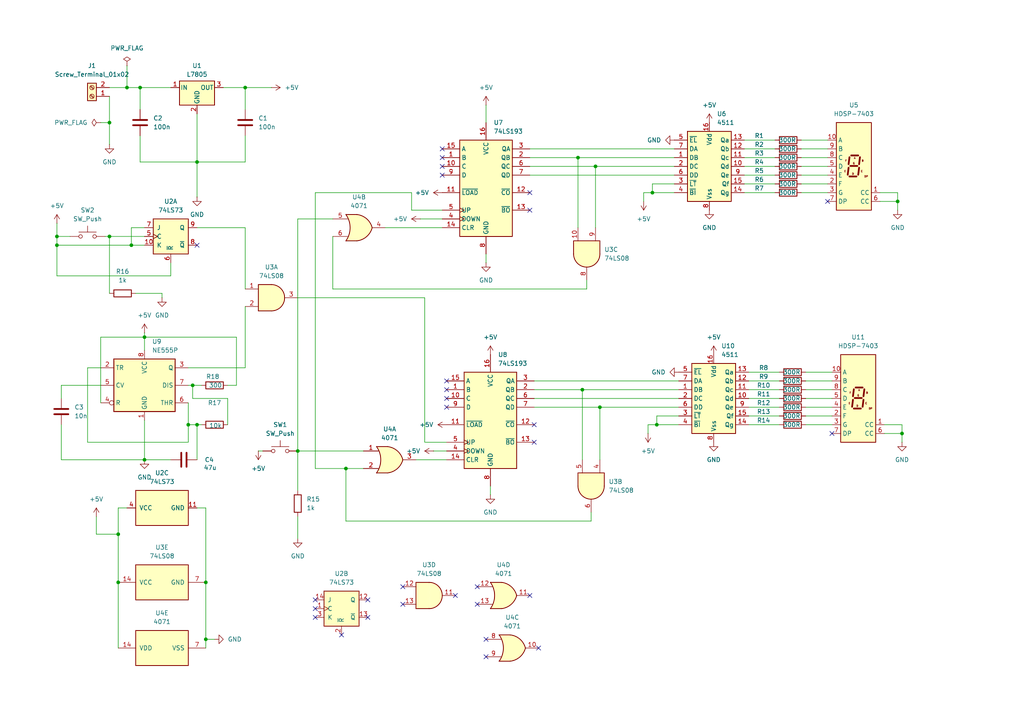
<source format=kicad_sch>
(kicad_sch (version 20231120) (generator "eeschema") (generator_version "8.0")
  (paper "A4")
  (title_block (title " CRONOMETRU DIGITAL"))
  (lib_symbols
    (symbol "4xxx:4071" (pin_names (offset 1.016))
      (property "Reference" "U" (at 0 1.27 0))
      (property "Value" "4071" (at 0 -1.27 0))
      (symbol "4071_1_1"
        (pin input line (at -7.62 2.54 0) (length 4.318) (name "~") (number "1"))
        (pin input line (at -7.62 -2.54 0) (length 4.318) (name "~") (number "2"))
        (pin output line (at 7.62 0 180) (length 3.81) (name "~") (number "3"))
      )
      (symbol "4071_1_2"
        (pin input inverted (at -7.62 2.54 0) (length 3.81) (name "~") (number "1"))
        (pin input inverted (at -7.62 -2.54 0) (length 3.81) (name "~") (number "2"))
        (pin output inverted (at 7.62 0 180) (length 3.81) (name "~") (number "3"))
      )
      (symbol "4071_2_1"
        (pin output line (at 7.62 0 180) (length 3.81) (name "~") (number "4"))
        (pin input line (at -7.62 2.54 0) (length 4.318) (name "~") (number "5"))
        (pin input line (at -7.62 -2.54 0) (length 4.318) (name "~") (number "6"))
      )
      (symbol "4071_2_2"
        (pin output inverted (at 7.62 0 180) (length 3.81) (name "~") (number "4"))
        (pin input inverted (at -7.62 2.54 0) (length 3.81) (name "~") (number "5"))
        (pin input inverted (at -7.62 -2.54 0) (length 3.81) (name "~") (number "6"))
      )
      (symbol "4071_3_1"
        (pin output line (at 7.62 0 180) (length 3.81) (name "~") (number "10"))
        (pin input line (at -7.62 2.54 0) (length 4.318) (name "~") (number "8"))
        (pin input line (at -7.62 -2.54 0) (length 4.318) (name "~") (number "9"))
      )
      (symbol "4071_3_2"
        (pin output inverted (at 7.62 0 180) (length 3.81) (name "~") (number "10"))
        (pin input inverted (at -7.62 2.54 0) (length 3.81) (name "~") (number "8"))
        (pin input inverted (at -7.62 -2.54 0) (length 3.81) (name "~") (number "9"))
      )
      (symbol "4071_4_1"
        (pin output line (at 7.62 0 180) (length 3.81) (name "~") (number "11"))
        (pin input line (at -7.62 2.54 0) (length 4.318) (name "~") (number "12"))
        (pin input line (at -7.62 -2.54 0) (length 4.318) (name "~") (number "13"))
      )
      (symbol "4071_4_2"
        (pin output inverted (at 7.62 0 180) (length 3.81) (name "~") (number "11"))
        (pin input inverted (at -7.62 2.54 0) (length 3.81) (name "~") (number "12"))
        (pin input inverted (at -7.62 -2.54 0) (length 3.81) (name "~") (number "13"))
      )
      (symbol "4071_5_0"
        (pin power_in line (at 0 12.7 270) (length 5.08) (name "VDD") (number "14"))
        (pin power_in line (at 0 -12.7 90) (length 5.08) (name "VSS") (number "7"))
      )
    )
    (symbol "4xxx_IEEE:4511"
      (property "Reference" "U" (at 8.89 11.43 0))
      (property "Value" "4511" (at 8.89 -11.43 0))
      (symbol "4511_1_1"
        (pin input line (at -10.16 2.54 0) (length 3.81) (name "DB") (number "1"))
        (pin output line (at 10.16 0 180) (length 3.81) (name "Qd") (number "10"))
        (pin output line (at 10.16 2.54 180) (length 3.81) (name "Qc") (number "11"))
        (pin output line (at 10.16 5.08 180) (length 3.81) (name "Qb") (number "12"))
        (pin output line (at 10.16 7.62 180) (length 3.81) (name "Qa") (number "13"))
        (pin output line (at 10.16 -7.62 180) (length 3.81) (name "Qg") (number "14"))
        (pin output line (at 10.16 -5.08 180) (length 3.81) (name "Qf") (number "15"))
        (pin power_in line (at 0 12.7 270) (length 2.54) (name "Vdd") (number "16"))
        (pin input line (at -10.16 0 0) (length 3.81) (name "DC") (number "2"))
        (pin input line (at -10.16 -5.08 0) (length 3.81) (name "~{LT}") (number "3"))
        (pin input line (at -10.16 -7.62 0) (length 3.81) (name "~{BI}") (number "4"))
        (pin input line (at -10.16 7.62 0) (length 3.81) (name "~{EL}") (number "5"))
        (pin input line (at -10.16 -2.54 0) (length 3.81) (name "DD") (number "6"))
        (pin input line (at -10.16 5.08 0) (length 3.81) (name "DA") (number "7"))
        (pin power_in line (at 0 -12.7 90) (length 2.54) (name "Vss") (number "8"))
        (pin output line (at 10.16 -2.54 180) (length 3.81) (name "Qe") (number "9"))
      )
    )
    (symbol "74xx:74LS08" (pin_names (offset 1.016))
      (property "Reference" "U" (at 0 1.27 0))
      (property "Value" "74LS08" (at 0 -1.27 0))
      (symbol "74LS08_1_1"
        (pin input line (at -7.62 2.54 0) (length 3.81) (name "~") (number "1"))
        (pin input line (at -7.62 -2.54 0) (length 3.81) (name "~") (number "2"))
        (pin output line (at 7.62 0 180) (length 3.81) (name "~") (number "3"))
      )
      (symbol "74LS08_1_2"
        (pin input inverted (at -7.62 2.54 0) (length 4.318) (name "~") (number "1"))
        (pin input inverted (at -7.62 -2.54 0) (length 4.318) (name "~") (number "2"))
        (pin output inverted (at 7.62 0 180) (length 3.81) (name "~") (number "3"))
      )
      (symbol "74LS08_2_1"
        (pin input line (at -7.62 2.54 0) (length 3.81) (name "~") (number "4"))
        (pin input line (at -7.62 -2.54 0) (length 3.81) (name "~") (number "5"))
        (pin output line (at 7.62 0 180) (length 3.81) (name "~") (number "6"))
      )
      (symbol "74LS08_2_2"
        (pin input inverted (at -7.62 2.54 0) (length 4.318) (name "~") (number "4"))
        (pin input inverted (at -7.62 -2.54 0) (length 4.318) (name "~") (number "5"))
        (pin output inverted (at 7.62 0 180) (length 3.81) (name "~") (number "6"))
      )
      (symbol "74LS08_3_1"
        (pin input line (at -7.62 -2.54 0) (length 3.81) (name "~") (number "10"))
        (pin output line (at 7.62 0 180) (length 3.81) (name "~") (number "8"))
        (pin input line (at -7.62 2.54 0) (length 3.81) (name "~") (number "9"))
      )
      (symbol "74LS08_3_2"
        (pin input inverted (at -7.62 -2.54 0) (length 4.318) (name "~") (number "10"))
        (pin output inverted (at 7.62 0 180) (length 3.81) (name "~") (number "8"))
        (pin input inverted (at -7.62 2.54 0) (length 4.318) (name "~") (number "9"))
      )
      (symbol "74LS08_4_1"
        (pin output line (at 7.62 0 180) (length 3.81) (name "~") (number "11"))
        (pin input line (at -7.62 2.54 0) (length 3.81) (name "~") (number "12"))
        (pin input line (at -7.62 -2.54 0) (length 3.81) (name "~") (number "13"))
      )
      (symbol "74LS08_4_2"
        (pin output inverted (at 7.62 0 180) (length 3.81) (name "~") (number "11"))
        (pin input inverted (at -7.62 2.54 0) (length 4.318) (name "~") (number "12"))
        (pin input inverted (at -7.62 -2.54 0) (length 4.318) (name "~") (number "13"))
      )
      (symbol "74LS08_5_0"
        (pin power_in line (at 0 12.7 270) (length 5.08) (name "VCC") (number "14"))
        (pin power_in line (at 0 -12.7 90) (length 5.08) (name "GND") (number "7"))
      )
    )
    (symbol "74xx:74LS193"
      (property "Reference" "U" (at -7.62 13.97 0))
      (property "Value" "74LS193" (at 5.08 13.97 0))
      (symbol "74LS193_1_0"
        (pin input line (at -12.7 7.62 0) (length 5.08) (name "B") (number "1"))
        (pin input line (at -12.7 5.08 0) (length 5.08) (name "C") (number "10"))
        (pin input line (at -12.7 -2.54 0) (length 5.08) (name "~{LOAD}") (number "11"))
        (pin output line (at 12.7 -2.54 180) (length 5.08) (name "~{CO}") (number "12"))
        (pin output line (at 12.7 -7.62 180) (length 5.08) (name "~{BO}") (number "13"))
        (pin input line (at -12.7 -12.7 0) (length 5.08) (name "CLR") (number "14"))
        (pin input line (at -12.7 10.16 0) (length 5.08) (name "A") (number "15"))
        (pin power_in line (at 0 17.78 270) (length 5.08) (name "VCC") (number "16"))
        (pin output line (at 12.7 7.62 180) (length 5.08) (name "QB") (number "2"))
        (pin output line (at 12.7 10.16 180) (length 5.08) (name "QA") (number "3"))
        (pin input clock (at -12.7 -10.16 0) (length 5.08) (name "DOWN") (number "4"))
        (pin input clock (at -12.7 -7.62 0) (length 5.08) (name "UP") (number "5"))
        (pin output line (at 12.7 5.08 180) (length 5.08) (name "QC") (number "6"))
        (pin output line (at 12.7 2.54 180) (length 5.08) (name "QD") (number "7"))
        (pin power_in line (at 0 -20.32 90) (length 5.08) (name "GND") (number "8"))
        (pin input line (at -12.7 2.54 0) (length 5.08) (name "D") (number "9"))
      )
    )
    (symbol "74xx:74LS73" (pin_names (offset 1.016))
      (property "Reference" "U" (at -7.62 8.89 0))
      (property "Value" "74LS73" (at -7.62 -8.89 0))
      (symbol "74LS73_1_0"
        (pin input line (at -7.62 -2.54 0) (length 2.54) (name "K") (number "10"))
        (pin input clock (at -7.62 0 0) (length 2.54) (name "C") (number "5"))
        (pin input line (at 0 -7.62 90) (length 2.54) (name "~{R}") (number "6"))
        (pin input line (at -7.62 2.54 0) (length 2.54) (name "J") (number "7"))
        (pin output line (at 7.62 -2.54 180) (length 2.54) (name "~{Q}") (number "8"))
        (pin output line (at 7.62 2.54 180) (length 2.54) (name "Q") (number "9"))
      )
      (symbol "74LS73_2_0"
        (pin input clock (at -7.62 0 0) (length 2.54) (name "C") (number "1"))
        (pin output line (at 7.62 2.54 180) (length 2.54) (name "Q") (number "12"))
        (pin output line (at 7.62 -2.54 180) (length 2.54) (name "~{Q}") (number "13"))
        (pin input line (at -7.62 2.54 0) (length 2.54) (name "J") (number "14"))
        (pin input line (at 0 -7.62 90) (length 2.54) (name "~{R}") (number "2"))
        (pin input line (at -7.62 -2.54 0) (length 2.54) (name "K") (number "3"))
      )
      (symbol "74LS73_3_0"
        (pin power_in line (at 0 -10.16 90) (length 2.54) (name "GND") (number "11"))
        (pin power_in line (at 0 10.16 270) (length 2.54) (name "VCC") (number "4"))
      )
    )
    (symbol "Connector:Screw_Terminal_01x02" (pin_names (offset 1.016) hide)
      (property "Reference" "J" (at 0 2.54 0))
      (property "Value" "Screw_Terminal_01x02" (at 0 -5.08 0))
      (symbol "Screw_Terminal_01x02_1_1"
        (pin passive line (at -5.08 0 0) (length 3.81) (name "Pin_1") (number "1"))
        (pin passive line (at -5.08 -2.54 0) (length 3.81) (name "Pin_2") (number "2"))
      )
    )
    (symbol "Device:C" (pin_numbers hide) (pin_names (offset 0.254))
      (property "Reference" "C" (at 0.635 2.54 0))
      (property "Value" "C" (at 0.635 -2.54 0))
      (symbol "C_1_1"
        (pin passive line (at 0 3.81 270) (length 2.794) (name "~") (number "1"))
        (pin passive line (at 0 -3.81 90) (length 2.794) (name "~") (number "2"))
      )
    )
    (symbol "Device:R" (pin_numbers hide) (pin_names (offset 0))
      (property "Reference" "R" (at 2.032 0 90))
      (property "Value" "R" (at 0 0 90))
      (symbol "R_1_1"
        (pin passive line (at 0 3.81 270) (length 1.27) (name "~") (number "1"))
        (pin passive line (at 0 -3.81 90) (length 1.27) (name "~") (number "2"))
      )
    )
    (symbol "Display_Character:HDSP-7403"
      (property "Reference" "U" (at -3.81 13.97 0))
      (property "Value" "HDSP-7403" (at 6.35 13.97 0))
      (symbol "HDSP-7403_1_0"
        (text "A" (at 0.254 2.413 0) (effects (font (size 0.508 0.508))))
        (text "B" (at 2.54 1.651 0) (effects (font (size 0.508 0.508))))
        (text "C" (at 2.286 -1.397 0) (effects (font (size 0.508 0.508))))
        (text "D" (at -0.254 -2.159 0) (effects (font (size 0.508 0.508))))
        (text "DP" (at 3.556 -2.921 0) (effects (font (size 0.508 0.508))))
        (text "E" (at -2.54 -1.397 0) (effects (font (size 0.508 0.508))))
        (text "F" (at -2.286 1.651 0) (effects (font (size 0.508 0.508))))
        (text "G" (at 0 0.889 0) (effects (font (size 0.508 0.508))))
      )
      (symbol "HDSP-7403_1_1"
        (pin input line (at 7.62 -7.62 180) (length 2.54) (name "CC") (number "1"))
        (pin input line (at -7.62 7.62 0) (length 2.54) (name "A") (number "10"))
        (pin input line (at -7.62 -5.08 0) (length 2.54) (name "F") (number "2"))
        (pin input line (at -7.62 -7.62 0) (length 2.54) (name "G") (number "3"))
        (pin input line (at -7.62 -2.54 0) (length 2.54) (name "E") (number "4"))
        (pin input line (at -7.62 0 0) (length 2.54) (name "D") (number "5"))
        (pin input line (at 7.62 -10.16 180) (length 2.54) (name "CC") (number "6"))
        (pin input line (at -7.62 -10.16 0) (length 2.54) (name "DP") (number "7"))
        (pin input line (at -7.62 2.54 0) (length 2.54) (name "C") (number "8"))
        (pin input line (at -7.62 5.08 0) (length 2.54) (name "B") (number "9"))
      )
    )
    (symbol "Regulator_Linear:L7805" (pin_names (offset 0.254))
      (property "Reference" "U" (at -3.81 3.175 0))
      (property "Value" "L7805" (at 0 3.175 0))
      (symbol "L7805_1_1"
        (pin power_in line (at -7.62 0 0) (length 2.54) (name "IN") (number "1"))
        (pin power_in line (at 0 -7.62 90) (length 2.54) (name "GND") (number "2"))
        (pin power_out line (at 7.62 0 180) (length 2.54) (name "OUT") (number "3"))
      )
    )
    (symbol "Switch:SW_Push" (pin_numbers hide) (pin_names (offset 1.016) hide)
      (property "Reference" "SW" (at 1.27 2.54 0))
      (property "Value" "SW_Push" (at 0 -1.524 0))
      (symbol "SW_Push_0_1"
        (pin passive line (at -5.08 0 0) (length 2.54) (name "1") (number "1"))
        (pin passive line (at 5.08 0 180) (length 2.54) (name "2") (number "2"))
      )
    )
    (symbol "Timer:NE555D"
      (property "Reference" "U" (at -10.16 8.89 0))
      (property "Value" "NE555D" (at 2.54 8.89 0))
      (symbol "NE555D_0_0"
        (pin power_in line (at 0 -10.16 90) (length 2.54) (name "GND") (number "1"))
        (pin power_in line (at 0 10.16 270) (length 2.54) (name "VCC") (number "8"))
      )
      (symbol "NE555D_1_1"
        (pin input line (at -12.7 5.08 0) (length 3.81) (name "TR") (number "2"))
        (pin output line (at 12.7 5.08 180) (length 3.81) (name "Q") (number "3"))
        (pin input inverted (at -12.7 -5.08 0) (length 3.81) (name "R") (number "4"))
        (pin input line (at -12.7 0 0) (length 3.81) (name "CV") (number "5"))
        (pin input line (at 12.7 -5.08 180) (length 3.81) (name "THR") (number "6"))
        (pin input line (at 12.7 0 180) (length 3.81) (name "DIS") (number "7"))
      )
    )
    (symbol "power:+5V" (power) (pin_numbers hide) (pin_names (offset 0) hide)
      (property "Value" "+5V" (at 0 3.556 0))
      (symbol "+5V_1_1"
        (pin power_in line (at 0 0 90) (length 0) (name "~") (number "1"))
      )
    )
    (symbol "power:GND" (power) (pin_numbers hide) (pin_names (offset 0) hide)
      (property "Value" "GND" (at 0 -3.81 0))
      (symbol "GND_1_1"
        (pin power_in line (at 0 0 270) (length 0) (name "~") (number "1"))
      )
    )
    (symbol "power:PWR_FLAG" (power) (pin_numbers hide) (pin_names (offset 0) hide)
      (property "Value" "PWR_FLAG" (at 0 3.81 0))
      (symbol "PWR_FLAG_0_0"
        (pin power_out line (at 0 0 90) (length 0) (name "~") (number "1"))
      )
    )
  )
  (junction (at 55.88 111.76))
  (junction (at 31.75 35.56))
  (junction (at 54.61 123.19))
  (junction (at 16.51 71.12))
  (junction (at 57.15 123.19))
  (junction (at 40.64 25.4))
  (junction (at 34.29 154.94))
  (junction (at 261.62 125.73))
  (junction (at 260.35 58.42))
  (junction (at 189.23 55.88))
  (junction (at 172.72 48.26))
  (junction (at 57.15 46.99))
  (junction (at 16.51 68.58))
  (junction (at 173.99 118.11))
  (junction (at 71.12 25.4))
  (junction (at 168.91 113.03))
  (junction (at 38.1 71.12))
  (junction (at 36.83 25.4))
  (junction (at 41.91 97.79))
  (junction (at 190.5 123.19))
  (junction (at 86.36 130.81))
  (junction (at 167.64 45.72))
  (junction (at 59.69 185.42))
  (junction (at 59.69 168.91))
  (junction (at 100.33 135.89))
  (junction (at 34.29 168.91))
  (junction (at 41.91 133.35))
  (junction (at 31.75 68.58))
  (no_connect (at 91.44 179.07))
  (no_connect (at 154.94 123.19))
  (no_connect (at 241.3 125.73))
  (no_connect (at 129.54 118.11))
  (no_connect (at 106.68 179.07))
  (no_connect (at 138.43 175.26))
  (no_connect (at 156.21 187.96))
  (no_connect (at 129.54 110.49))
  (no_connect (at 240.03 58.42))
  (no_connect (at 99.06 184.15))
  (no_connect (at 116.84 175.26))
  (no_connect (at 106.68 173.99))
  (no_connect (at 128.27 50.8))
  (no_connect (at 140.97 185.42))
  (no_connect (at 138.43 170.18))
  (no_connect (at 57.15 71.12))
  (no_connect (at 129.54 113.03))
  (no_connect (at 129.54 115.57))
  (no_connect (at 153.67 60.96))
  (no_connect (at 128.27 43.18))
  (no_connect (at 153.67 55.88))
  (no_connect (at 153.67 172.72))
  (no_connect (at 128.27 45.72))
  (no_connect (at 154.94 128.27))
  (no_connect (at 91.44 173.99))
  (no_connect (at 132.08 172.72))
  (no_connect (at 91.44 176.53))
  (no_connect (at 128.27 48.26))
  (no_connect (at 116.84 170.18))
  (no_connect (at 140.97 190.5))
  (wire (pts (xy 190.5 123.19) (xy 187.96 123.19)))
  (wire (pts (xy 215.9 45.72) (xy 224.79 45.72)))
  (wire (pts (xy 105.41 135.89) (xy 100.33 135.89)))
  (wire (pts (xy 233.68 110.49) (xy 241.3 110.49)))
  (wire (pts (xy 123.19 128.27) (xy 129.54 128.27)))
  (wire (pts (xy 49.53 80.01) (xy 49.53 76.2)))
  (wire (pts (xy 16.51 68.58) (xy 20.32 68.58)))
  (wire (pts (xy 91.44 135.89) (xy 91.44 55.88)))
  (wire (pts (xy 64.77 25.4) (xy 71.12 25.4)))
  (wire (pts (xy 153.67 48.26) (xy 172.72 48.26)))
  (wire (pts (xy 31.75 35.56) (xy 31.75 41.91)))
  (wire (pts (xy 91.44 55.88) (xy 119.38 55.88)))
  (wire (pts (xy 153.67 50.8) (xy 195.58 50.8)))
  (wire (pts (xy 170.18 83.82) (xy 170.18 81.28)))
  (wire (pts (xy 96.52 68.58) (xy 96.52 83.82)))
  (wire (pts (xy 140.97 30.48) (xy 140.97 35.56)))
  (wire (pts (xy 233.68 120.65) (xy 241.3 120.65)))
  (wire (pts (xy 190.5 123.19) (xy 190.5 120.65)))
  (wire (pts (xy 120.65 133.35) (xy 129.54 133.35)))
  (wire (pts (xy 173.99 118.11) (xy 196.85 118.11)))
  (wire (pts (xy 168.91 113.03) (xy 168.91 133.35)))
  (wire (pts (xy 215.9 50.8) (xy 224.79 50.8)))
  (wire (pts (xy 40.64 46.99) (xy 40.64 39.37)))
  (wire (pts (xy 125.73 130.81) (xy 129.54 130.81)))
  (wire (pts (xy 189.23 55.88) (xy 186.69 55.88)))
  (wire (pts (xy 154.94 110.49) (xy 196.85 110.49)))
  (wire (pts (xy 57.15 147.32) (xy 59.69 147.32)))
  (wire (pts (xy 59.69 185.42) (xy 62.23 185.42)))
  (wire (pts (xy 232.41 53.34) (xy 240.03 53.34)))
  (wire (pts (xy 40.64 46.99) (xy 57.15 46.99)))
  (wire (pts (xy 86.36 130.81) (xy 105.41 130.81)))
  (wire (pts (xy 29.21 35.56) (xy 31.75 35.56)))
  (wire (pts (xy 34.29 147.32) (xy 36.83 147.32)))
  (wire (pts (xy 167.64 45.72) (xy 195.58 45.72)))
  (wire (pts (xy 173.99 118.11) (xy 173.99 133.35)))
  (wire (pts (xy 153.67 45.72) (xy 167.64 45.72)))
  (wire (pts (xy 71.12 106.68) (xy 71.12 88.9)))
  (wire (pts (xy 140.97 73.66) (xy 140.97 76.2)))
  (wire (pts (xy 17.78 123.19) (xy 17.78 133.35)))
  (wire (pts (xy 57.15 46.99) (xy 71.12 46.99)))
  (wire (pts (xy 41.91 97.79) (xy 29.21 97.79)))
  (wire (pts (xy 71.12 25.4) (xy 78.74 25.4)))
  (wire (pts (xy 55.88 111.76) (xy 58.42 111.76)))
  (wire (pts (xy 54.61 111.76) (xy 55.88 111.76)))
  (wire (pts (xy 154.94 115.57) (xy 196.85 115.57)))
  (wire (pts (xy 16.51 71.12) (xy 38.1 71.12)))
  (wire (pts (xy 215.9 48.26) (xy 224.79 48.26)))
  (wire (pts (xy 57.15 46.99) (xy 57.15 57.15)))
  (wire (pts (xy 260.35 58.42) (xy 260.35 60.96)))
  (wire (pts (xy 217.17 113.03) (xy 226.06 113.03)))
  (wire (pts (xy 86.36 130.81) (xy 86.36 142.24)))
  (wire (pts (xy 217.17 115.57) (xy 226.06 115.57)))
  (wire (pts (xy 25.4 106.68) (xy 29.21 106.68)))
  (wire (pts (xy 167.64 45.72) (xy 167.64 66.04)))
  (wire (pts (xy 36.83 25.4) (xy 40.64 25.4)))
  (wire (pts (xy 172.72 48.26) (xy 172.72 66.04)))
  (wire (pts (xy 16.51 64.77) (xy 16.51 68.58)))
  (wire (pts (xy 40.64 31.75) (xy 40.64 25.4)))
  (wire (pts (xy 27.94 154.94) (xy 34.29 154.94)))
  (wire (pts (xy 86.36 63.5) (xy 96.52 63.5)))
  (wire (pts (xy 54.61 106.68) (xy 71.12 106.68)))
  (wire (pts (xy 171.45 151.13) (xy 171.45 148.59)))
  (wire (pts (xy 232.41 40.64) (xy 240.03 40.64)))
  (wire (pts (xy 261.62 125.73) (xy 261.62 128.27)))
  (wire (pts (xy 34.29 154.94) (xy 34.29 147.32)))
  (wire (pts (xy 66.04 115.57) (xy 55.88 115.57)))
  (wire (pts (xy 261.62 123.19) (xy 261.62 125.73)))
  (wire (pts (xy 119.38 60.96) (xy 128.27 60.96)))
  (wire (pts (xy 16.51 68.58) (xy 16.51 71.12)))
  (wire (pts (xy 16.51 80.01) (xy 49.53 80.01)))
  (wire (pts (xy 57.15 66.04) (xy 71.12 66.04)))
  (wire (pts (xy 71.12 25.4) (xy 71.12 31.75)))
  (wire (pts (xy 57.15 133.35) (xy 57.15 123.19)))
  (wire (pts (xy 232.41 55.88) (xy 240.03 55.88)))
  (wire (pts (xy 86.36 63.5) (xy 86.36 130.81)))
  (wire (pts (xy 39.37 85.09) (xy 46.99 85.09)))
  (wire (pts (xy 232.41 48.26) (xy 240.03 48.26)))
  (wire (pts (xy 59.69 147.32) (xy 59.69 168.91)))
  (wire (pts (xy 232.41 43.18) (xy 240.03 43.18)))
  (wire (pts (xy 59.69 168.91) (xy 59.69 185.42)))
  (wire (pts (xy 66.04 123.19) (xy 66.04 115.57)))
  (wire (pts (xy 74.93 130.81) (xy 76.2 130.81)))
  (wire (pts (xy 233.68 115.57) (xy 241.3 115.57)))
  (wire (pts (xy 31.75 68.58) (xy 41.91 68.58)))
  (wire (pts (xy 16.51 71.12) (xy 16.51 80.01)))
  (wire (pts (xy 255.27 55.88) (xy 260.35 55.88)))
  (wire (pts (xy 55.88 115.57) (xy 55.88 111.76)))
  (wire (pts (xy 189.23 55.88) (xy 189.23 53.34)))
  (wire (pts (xy 54.61 128.27) (xy 25.4 128.27)))
  (wire (pts (xy 57.15 33.02) (xy 57.15 46.99)))
  (wire (pts (xy 29.21 97.79) (xy 29.21 116.84)))
  (wire (pts (xy 233.68 118.11) (xy 241.3 118.11)))
  (wire (pts (xy 38.1 71.12) (xy 41.91 71.12)))
  (wire (pts (xy 17.78 111.76) (xy 17.78 115.57)))
  (wire (pts (xy 86.36 86.36) (xy 123.19 86.36)))
  (wire (pts (xy 171.45 151.13) (xy 100.33 151.13)))
  (wire (pts (xy 260.35 55.88) (xy 260.35 58.42)))
  (wire (pts (xy 195.58 55.88) (xy 189.23 55.88)))
  (wire (pts (xy 40.64 25.4) (xy 49.53 25.4)))
  (wire (pts (xy 27.94 149.86) (xy 27.94 154.94)))
  (wire (pts (xy 96.52 83.82) (xy 170.18 83.82)))
  (wire (pts (xy 123.19 86.36) (xy 123.19 128.27)))
  (wire (pts (xy 187.96 123.19) (xy 187.96 125.73)))
  (wire (pts (xy 31.75 25.4) (xy 36.83 25.4)))
  (wire (pts (xy 68.58 97.79) (xy 41.91 97.79)))
  (wire (pts (xy 46.99 85.09) (xy 46.99 86.36)))
  (wire (pts (xy 233.68 107.95) (xy 241.3 107.95)))
  (wire (pts (xy 54.61 123.19) (xy 54.61 128.27)))
  (wire (pts (xy 215.9 53.34) (xy 224.79 53.34)))
  (wire (pts (xy 34.29 168.91) (xy 34.29 187.96)))
  (wire (pts (xy 217.17 120.65) (xy 226.06 120.65)))
  (wire (pts (xy 41.91 97.79) (xy 41.91 101.6)))
  (wire (pts (xy 31.75 68.58) (xy 31.75 85.09)))
  (wire (pts (xy 59.69 185.42) (xy 59.69 187.96)))
  (wire (pts (xy 256.54 125.73) (xy 261.62 125.73)))
  (wire (pts (xy 217.17 118.11) (xy 226.06 118.11)))
  (wire (pts (xy 189.23 53.34) (xy 195.58 53.34)))
  (wire (pts (xy 217.17 107.95) (xy 226.06 107.95)))
  (wire (pts (xy 38.1 66.04) (xy 41.91 66.04)))
  (wire (pts (xy 217.17 110.49) (xy 226.06 110.49)))
  (wire (pts (xy 31.75 27.94) (xy 31.75 35.56)))
  (wire (pts (xy 233.68 113.03) (xy 241.3 113.03)))
  (wire (pts (xy 233.68 123.19) (xy 241.3 123.19)))
  (wire (pts (xy 119.38 55.88) (xy 119.38 60.96)))
  (wire (pts (xy 154.94 113.03) (xy 168.91 113.03)))
  (wire (pts (xy 17.78 133.35) (xy 41.91 133.35)))
  (wire (pts (xy 215.9 43.18) (xy 224.79 43.18)))
  (wire (pts (xy 168.91 113.03) (xy 196.85 113.03)))
  (wire (pts (xy 71.12 46.99) (xy 71.12 39.37)))
  (wire (pts (xy 41.91 121.92) (xy 41.91 133.35)))
  (wire (pts (xy 100.33 151.13) (xy 100.33 135.89)))
  (wire (pts (xy 30.48 68.58) (xy 31.75 68.58)))
  (wire (pts (xy 111.76 66.04) (xy 128.27 66.04)))
  (wire (pts (xy 153.67 43.18) (xy 195.58 43.18)))
  (wire (pts (xy 54.61 123.19) (xy 57.15 123.19)))
  (wire (pts (xy 68.58 111.76) (xy 68.58 97.79)))
  (wire (pts (xy 217.17 123.19) (xy 226.06 123.19)))
  (wire (pts (xy 215.9 40.64) (xy 224.79 40.64)))
  (wire (pts (xy 25.4 128.27) (xy 25.4 106.68)))
  (wire (pts (xy 255.27 58.42) (xy 260.35 58.42)))
  (wire (pts (xy 57.15 123.19) (xy 58.42 123.19)))
  (wire (pts (xy 29.21 111.76) (xy 17.78 111.76)))
  (wire (pts (xy 41.91 96.52) (xy 41.91 97.79)))
  (wire (pts (xy 36.83 19.05) (xy 36.83 25.4)))
  (wire (pts (xy 142.24 140.97) (xy 142.24 143.51)))
  (wire (pts (xy 100.33 135.89) (xy 91.44 135.89)))
  (wire (pts (xy 38.1 71.12) (xy 38.1 66.04)))
  (wire (pts (xy 121.92 63.5) (xy 128.27 63.5)))
  (wire (pts (xy 190.5 120.65) (xy 196.85 120.65)))
  (wire (pts (xy 34.29 168.91) (xy 34.29 154.94)))
  (wire (pts (xy 196.85 123.19) (xy 190.5 123.19)))
  (wire (pts (xy 186.69 55.88) (xy 186.69 58.42)))
  (wire (pts (xy 86.36 156.21) (xy 86.36 149.86)))
  (wire (pts (xy 232.41 50.8) (xy 240.03 50.8)))
  (wire (pts (xy 256.54 123.19) (xy 261.62 123.19)))
  (wire (pts (xy 154.94 118.11) (xy 173.99 118.11)))
  (wire (pts (xy 215.9 55.88) (xy 224.79 55.88)))
  (wire (pts (xy 172.72 48.26) (xy 195.58 48.26)))
  (wire (pts (xy 66.04 111.76) (xy 68.58 111.76)))
  (wire (pts (xy 71.12 66.04) (xy 71.12 83.82)))
  (wire (pts (xy 41.91 133.35) (xy 49.53 133.35)))
  (wire (pts (xy 54.61 116.84) (xy 54.61 123.19)))
  (wire (pts (xy 232.41 45.72) (xy 240.03 45.72)))
  (symbol (lib_id "power:GND") (at 31.75 41.91 0) (unit 1)
    (property "Reference" "#PWR01" (effects (hide yes)))
    (property "Value" "GND" (at 31.75 46.99 0))
    (property "Description" "Power symbol creates a global label with name \"GND\" , ground" (effects (hide yes)))
  )
  (symbol (lib_id "Display_Character:HDSP-7403") (at 247.65 48.26 0) (unit 1)
    (property "Reference" "U5" (at 247.65 30.48 0))
    (property "Value" "HDSP-7403" (at 247.65 33.02 0))
    (property "Footprint" "Display_7Segment:HDSP-7401" (effects (hide yes)))
    (property "Datasheet" "https://docs.broadcom.com/docs/AV02-2553EN" (effects (hide yes)))
    (property "Description" "One digit 7 segment yellow, common cathode" (effects (hide yes)))
  )
  (symbol (lib_id "power:+5V") (at 187.96 125.73 180) (unit 1)
    (property "Reference" "#PWR014" (effects (hide yes)))
    (property "Value" "+5V" (at 187.96 130.81 0))
    (property "Description" "Power symbol creates a global label with name \"+5V\"" (effects (hide yes)))
  )
  (symbol (lib_id "74xx:74LS73") (at 46.99 147.32 90) (unit 3)
    (property "Reference" "U2" (at 46.99 137.16 90))
    (property "Value" "74LS73" (at 46.99 139.7 90))
    (property "Footprint" "Package_DIP:DIP-14_W7.62mm" (effects (hide yes)))
    (property "Datasheet" "http://www.ti.com/lit/gpn/sn74LS73" (effects (hide yes)))
    (property "Description" "Dual JK Flip-Flop, reset" (effects (hide yes)))
  )
  (symbol (lib_id "74xx:74LS08") (at 46.99 168.91 90) (unit 5)
    (property "Reference" "U3" (at 46.99 158.75 90))
    (property "Value" "74LS08" (at 46.99 161.29 90))
    (property "Footprint" "Package_DIP:DIP-14_W7.62mm" (effects (hide yes)))
    (property "Datasheet" "http://www.ti.com/lit/gpn/sn74LS08" (effects (hide yes)))
    (property "Description" "Quad And2" (effects (hide yes)))
  )
  (symbol (lib_id "Device:C") (at 71.12 35.56 0) (unit 1)
    (property "Reference" "C1" (at 74.93 34.2899 0) (effects (justify left)))
    (property "Value" "100n" (at 74.93 36.8299 0) (effects (justify left)))
    (property "Footprint" "Capacitor_THT:C_Disc_D3.0mm_W2.0mm_P2.50mm" (effects (hide yes)))
    (property "Description" "Unpolarized capacitor" (effects (hide yes)))
  )
  (symbol (lib_id "power:GND") (at 207.01 128.27 0) (unit 1)
    (property "Reference" "#PWR016" (effects (hide yes)))
    (property "Value" "GND" (at 207.01 133.35 0))
    (property "Description" "Power symbol creates a global label with name \"GND\" , ground" (effects (hide yes)))
  )
  (symbol (lib_id "Device:C") (at 53.34 133.35 90) (unit 1)
    (property "Reference" "C4" (at 60.706 133.35 90))
    (property "Value" "47u" (at 60.96 135.636 90))
    (property "Footprint" "Capacitor_THT:C_Radial_D5.0mm_H11.0mm_P2.00mm" (effects (hide yes)))
    (property "Description" "Unpolarized capacitor" (effects (hide yes)))
  )
  (symbol (lib_id "Timer:NE555D") (at 41.91 111.76 0) (unit 1)
    (property "Reference" "U9" (at 44.1041 99.06 0) (effects (justify left)))
    (property "Value" "NE555P" (at 44.1041 101.6 0) (effects (justify left)))
    (property "Footprint" "Package_DIP:DIP-8_W7.62mm" (effects (hide yes)))
    (property "Datasheet" "http://www.ti.com/lit/ds/symlink/ne555.pdf" (effects (hide yes)))
    (property "Description" "Precision Timers, 555 compatible, SOIC-8" (effects (hide yes)))
  )
  (symbol (lib_id "4xxx:4071") (at 104.14 66.04 0) (unit 2)
    (property "Reference" "U4" (at 104.14 57.15 0))
    (property "Value" "4071" (at 104.14 59.69 0))
    (property "Footprint" "Package_DIP:DIP-14_W7.62mm" (effects (hide yes)))
    (property "Datasheet" "http://www.intersil.com/content/dam/Intersil/documents/cd40/cd4071bms-72bms-75bms.pdf" (effects (hide yes)))
    (property "Description" "Quad Or 2 inputs" (effects (hide yes)))
  )
  (symbol (lib_id "Device:C") (at 40.64 35.56 0) (unit 1)
    (property "Reference" "C2" (at 44.45 34.2899 0) (effects (justify left)))
    (property "Value" "100n" (at 44.45 36.8299 0) (effects (justify left)))
    (property "Footprint" "Capacitor_THT:C_Disc_D3.0mm_W2.0mm_P2.50mm" (effects (hide yes)))
    (property "Description" "Unpolarized capacitor" (effects (hide yes)))
  )
  (symbol (lib_id "Device:R") (at 228.6 55.88 90) (unit 1)
    (property "Reference" "R7" (at 220.218 54.61 90))
    (property "Value" "300R" (at 228.346 55.88 90))
    (property "Footprint" "Resistor_THT:R_Axial_DIN0204_L3.6mm_D1.6mm_P5.08mm_Horizontal" (effects (hide yes)))
    (property "Description" "Resistor" (effects (hide yes)))
  )
  (symbol (lib_id "power:GND") (at 86.36 156.21 0) (unit 1)
    (property "Reference" "#PWR020" (effects (hide yes)))
    (property "Value" "GND" (at 86.36 161.29 0))
    (property "Description" "Power symbol creates a global label with name \"GND\" , ground" (effects (hide yes)))
  )
  (symbol (lib_id "Device:R") (at 228.6 45.72 90) (unit 1)
    (property "Reference" "R3" (at 220.218 44.45 90))
    (property "Value" "300R" (at 228.346 45.72 90))
    (property "Footprint" "Resistor_THT:R_Axial_DIN0204_L3.6mm_D1.6mm_P5.08mm_Horizontal" (effects (hide yes)))
    (property "Description" "Resistor" (effects (hide yes)))
  )
  (symbol (lib_id "Device:R") (at 229.87 113.03 90) (unit 1)
    (property "Reference" "R10" (at 221.488 111.76 90))
    (property "Value" "300R" (at 229.616 113.03 90))
    (property "Footprint" "Resistor_THT:R_Axial_DIN0204_L3.6mm_D1.6mm_P5.08mm_Horizontal" (effects (hide yes)))
    (property "Description" "Resistor" (effects (hide yes)))
  )
  (symbol (lib_id "Device:C") (at 17.78 119.38 180) (unit 1)
    (property "Reference" "C3" (at 21.59 118.1099 0) (effects (justify right)))
    (property "Value" "10n" (at 21.59 120.6499 0) (effects (justify right)))
    (property "Footprint" "Capacitor_THT:C_Rect_L7.0mm_W2.5mm_P5.00mm" (effects (hide yes)))
    (property "Description" "Unpolarized capacitor" (effects (hide yes)))
  )
  (symbol (lib_id "Device:R") (at 228.6 43.18 90) (unit 1)
    (property "Reference" "R2" (at 220.218 41.91 90))
    (property "Value" "300R" (at 228.346 43.18 90))
    (property "Footprint" "Resistor_THT:R_Axial_DIN0204_L3.6mm_D1.6mm_P5.08mm_Horizontal" (effects (hide yes)))
    (property "Description" "Resistor" (effects (hide yes)))
  )
  (symbol (lib_id "power:+5V") (at 205.74 35.56 0) (unit 1)
    (property "Reference" "#PWR023" (effects (hide yes)))
    (property "Value" "+5V" (at 205.74 30.48 0))
    (property "Description" "Power symbol creates a global label with name \"+5V\"" (effects (hide yes)))
  )
  (symbol (lib_id "power:GND") (at 46.99 86.36 0) (unit 1)
    (property "Reference" "#PWR022" (effects (hide yes)))
    (property "Value" "GND" (at 46.99 91.44 0))
    (property "Description" "Power symbol creates a global label with name \"GND\" , ground" (effects (hide yes)))
  )
  (symbol (lib_id "Device:R") (at 229.87 123.19 90) (unit 1)
    (property "Reference" "R14" (at 221.488 121.92 90))
    (property "Value" "300R" (at 229.616 123.19 90))
    (property "Footprint" "Resistor_THT:R_Axial_DIN0204_L3.6mm_D1.6mm_P5.08mm_Horizontal" (effects (hide yes)))
    (property "Description" "Resistor" (effects (hide yes)))
  )
  (symbol (lib_id "Switch:SW_Push") (at 81.28 130.81 0) (unit 1)
    (property "Reference" "SW1" (at 81.28 123.19 0))
    (property "Value" "SW_Push" (at 81.28 125.73 0))
    (property "Footprint" "Button_Switch_THT:SW_PUSH_6mm" (effects (hide yes)))
    (property "Description" "Push button switch, generic, two pins" (effects (hide yes)))
  )
  (symbol (lib_id "power:+5V") (at 207.01 102.87 0) (unit 1)
    (property "Reference" "#PWR024" (effects (hide yes)))
    (property "Value" "+5V" (at 207.01 97.79 0))
    (property "Description" "Power symbol creates a global label with name \"+5V\"" (effects (hide yes)))
  )
  (symbol (lib_id "Device:R") (at 228.6 40.64 90) (unit 1)
    (property "Reference" "R1" (at 220.218 39.37 90))
    (property "Value" "300R" (at 228.346 40.64 90))
    (property "Footprint" "Resistor_THT:R_Axial_DIN0204_L3.6mm_D1.6mm_P5.08mm_Horizontal" (effects (hide yes)))
    (property "Description" "Resistor" (effects (hide yes)))
  )
  (symbol (lib_id "Device:R") (at 228.6 50.8 90) (unit 1)
    (property "Reference" "R5" (at 220.218 49.53 90))
    (property "Value" "300R" (at 228.346 50.8 90))
    (property "Footprint" "Resistor_THT:R_Axial_DIN0204_L3.6mm_D1.6mm_P5.08mm_Horizontal" (effects (hide yes)))
    (property "Description" "Resistor" (effects (hide yes)))
  )
  (symbol (lib_id "power:+5V") (at 140.97 30.48 0) (unit 1)
    (property "Reference" "#PWR010" (effects (hide yes)))
    (property "Value" "+5V" (at 140.97 25.4 0))
    (property "Description" "Power symbol creates a global label with name \"+5V\"" (effects (hide yes)))
  )
  (symbol (lib_id "Device:R") (at 228.6 48.26 90) (unit 1)
    (property "Reference" "R4" (at 220.218 46.99 90))
    (property "Value" "300R" (at 228.346 48.26 90))
    (property "Footprint" "Resistor_THT:R_Axial_DIN0204_L3.6mm_D1.6mm_P5.08mm_Horizontal" (effects (hide yes)))
    (property "Description" "Resistor" (effects (hide yes)))
  )
  (symbol (lib_id "Device:R") (at 86.36 146.05 0) (unit 1)
    (property "Reference" "R15" (at 88.9 144.7799 0) (effects (justify left)))
    (property "Value" "1k" (at 88.9 147.3199 0) (effects (justify left)))
    (property "Footprint" "Resistor_THT:R_Axial_DIN0204_L3.6mm_D1.6mm_P5.08mm_Horizontal" (effects (hide yes)))
    (property "Description" "Resistor" (effects (hide yes)))
  )
  (symbol (lib_id "Device:R") (at 229.87 107.95 90) (unit 1)
    (property "Reference" "R8" (at 221.488 106.68 90))
    (property "Value" "300R" (at 229.616 107.95 90))
    (property "Footprint" "Resistor_THT:R_Axial_DIN0204_L3.6mm_D1.6mm_P5.08mm_Horizontal" (effects (hide yes)))
    (property "Description" "Resistor" (effects (hide yes)))
  )
  (symbol (lib_id "power:PWR_FLAG") (at 36.83 19.05 0) (unit 1)
    (property "Reference" "#FLG02" (effects (hide yes)))
    (property "Value" "PWR_FLAG" (at 36.83 13.97 0))
    (property "Description" "Special symbol for telling ERC where power comes from" (effects (hide yes)))
  )
  (symbol (lib_id "Device:R") (at 62.23 111.76 90) (unit 1)
    (property "Reference" "R18" (at 61.722 109.22 90))
    (property "Value" "300" (at 62.484 111.76 90))
    (property "Footprint" "Resistor_THT:R_Axial_DIN0204_L3.6mm_D1.6mm_P5.08mm_Horizontal" (effects (hide yes)))
    (property "Description" "Resistor" (effects (hide yes)))
  )
  (symbol (lib_id "74xx:74LS73") (at 49.53 68.58 0) (unit 1)
    (property "Reference" "U2" (at 49.53 58.42 0))
    (property "Value" "74LS73" (at 49.53 60.96 0))
    (property "Footprint" "Package_DIP:DIP-14_W7.62mm" (effects (hide yes)))
    (property "Datasheet" "http://www.ti.com/lit/gpn/sn74LS73" (effects (hide yes)))
    (property "Description" "Dual JK Flip-Flop, reset" (effects (hide yes)))
  )
  (symbol (lib_id "power:GND") (at 62.23 185.42 90) (unit 1)
    (property "Reference" "#PWR05" (effects (hide yes)))
    (property "Value" "GND" (at 66.04 185.4199 90) (effects (justify right)))
    (property "Description" "Power symbol creates a global label with name \"GND\" , ground" (effects (hide yes)))
  )
  (symbol (lib_id "power:+5V") (at 41.91 96.52 0) (unit 1)
    (property "Reference" "#PWR027" (effects (hide yes)))
    (property "Value" "+5V" (at 41.91 91.44 0))
    (property "Description" "Power symbol creates a global label with name \"+5V\"" (effects (hide yes)))
  )
  (symbol (lib_id "power:GND") (at 261.62 128.27 0) (unit 1)
    (property "Reference" "#PWR017" (effects (hide yes)))
    (property "Value" "GND" (at 261.62 133.35 0))
    (property "Description" "Power symbol creates a global label with name \"GND\" , ground" (effects (hide yes)))
  )
  (symbol (lib_id "power:GND") (at 195.58 40.64 270) (unit 1)
    (property "Reference" "#PWR08" (effects (hide yes)))
    (property "Value" "GND" (at 191.77 40.6399 90) (effects (justify right)))
    (property "Description" "Power symbol creates a global label with name \"GND\" , ground" (effects (hide yes)))
  )
  (symbol (lib_id "power:GND") (at 57.15 57.15 0) (unit 1)
    (property "Reference" "#PWR02" (effects (hide yes)))
    (property "Value" "GND" (at 57.15 62.23 0))
    (property "Description" "Power symbol creates a global label with name \"GND\" , ground" (effects (hide yes)))
  )
  (symbol (lib_id "power:+5V") (at 128.27 55.88 90) (unit 1)
    (property "Reference" "#PWR029" (effects (hide yes)))
    (property "Value" "+5V" (at 124.46 55.8799 90) (effects (justify left)))
    (property "Description" "Power symbol creates a global label with name \"+5V\"" (effects (hide yes)))
  )
  (symbol (lib_id "74xx:74LS08") (at 171.45 140.97 270) (unit 2)
    (property "Reference" "U3" (at 176.53 139.6916 90) (effects (justify left)))
    (property "Value" "74LS08" (at 176.53 142.2316 90) (effects (justify left)))
    (property "Footprint" "Package_DIP:DIP-14_W7.62mm" (effects (hide yes)))
    (property "Datasheet" "http://www.ti.com/lit/gpn/sn74LS08" (effects (hide yes)))
    (property "Description" "Quad And2" (effects (hide yes)))
  )
  (symbol (lib_id "power:+5V") (at 121.92 63.5 90) (unit 1)
    (property "Reference" "#PWR012" (effects (hide yes)))
    (property "Value" "+5V" (at 118.11 63.4999 90) (effects (justify left)))
    (property "Description" "Power symbol creates a global label with name \"+5V\"" (effects (hide yes)))
  )
  (symbol (lib_id "4xxx:4071") (at 146.05 172.72 0) (unit 4)
    (property "Reference" "U4" (at 146.05 163.83 0))
    (property "Value" "4071" (at 146.05 166.37 0))
    (property "Footprint" "Package_DIP:DIP-14_W7.62mm" (effects (hide yes)))
    (property "Datasheet" "http://www.intersil.com/content/dam/Intersil/documents/cd40/cd4071bms-72bms-75bms.pdf" (effects (hide yes)))
    (property "Description" "Quad Or 2 inputs" (effects (hide yes)))
  )
  (symbol (lib_id "power:+5V") (at 78.74 25.4 270) (unit 1)
    (property "Reference" "#PWR03" (effects (hide yes)))
    (property "Value" "+5V" (at 82.55 25.3999 90) (effects (justify left)))
    (property "Description" "Power symbol creates a global label with name \"+5V\"" (effects (hide yes)))
  )
  (symbol (lib_id "power:+5V") (at 129.54 123.19 90) (unit 1)
    (property "Reference" "#PWR028" (effects (hide yes)))
    (property "Value" "+5V" (at 125.73 123.1899 90) (effects (justify left)))
    (property "Description" "Power symbol creates a global label with name \"+5V\"" (effects (hide yes)))
  )
  (symbol (lib_id "4xxx:4071") (at 113.03 133.35 0) (unit 1)
    (property "Reference" "U4" (at 113.03 124.46 0))
    (property "Value" "4071" (at 113.03 127 0))
    (property "Footprint" "Package_DIP:DIP-14_W7.62mm" (effects (hide yes)))
    (property "Datasheet" "http://www.intersil.com/content/dam/Intersil/documents/cd40/cd4071bms-72bms-75bms.pdf" (effects (hide yes)))
    (property "Description" "Quad Or 2 inputs" (effects (hide yes)))
  )
  (symbol (lib_id "74xx:74LS08") (at 124.46 172.72 0) (unit 4)
    (property "Reference" "U3" (at 124.4517 163.83 0))
    (property "Value" "74LS08" (at 124.4517 166.37 0))
    (property "Footprint" "Package_DIP:DIP-14_W7.62mm" (effects (hide yes)))
    (property "Datasheet" "http://www.ti.com/lit/gpn/sn74LS08" (effects (hide yes)))
    (property "Description" "Quad And2" (effects (hide yes)))
  )
  (symbol (lib_id "74xx:74LS193") (at 140.97 53.34 0) (unit 1)
    (property "Reference" "U7" (at 143.1641 35.56 0) (effects (justify left)))
    (property "Value" "74LS193" (at 143.1641 38.1 0) (effects (justify left)))
    (property "Footprint" "Package_DIP:DIP-16_W7.62mm" (effects (hide yes)))
    (property "Datasheet" "http://www.ti.com/lit/ds/symlink/sn74ls193.pdf" (effects (hide yes)))
    (property "Description" "Synchronous 4-bit Up/Down (2 clk) counter" (effects (hide yes)))
  )
  (symbol (lib_id "4xxx:4071") (at 148.59 187.96 0) (unit 3)
    (property "Reference" "U4" (at 148.59 179.07 0))
    (property "Value" "4071" (at 148.59 181.61 0))
    (property "Footprint" "Package_DIP:DIP-14_W7.62mm" (effects (hide yes)))
    (property "Datasheet" "http://www.intersil.com/content/dam/Intersil/documents/cd40/cd4071bms-72bms-75bms.pdf" (effects (hide yes)))
    (property "Description" "Quad Or 2 inputs" (effects (hide yes)))
  )
  (symbol (lib_id "power:GND") (at 142.24 143.51 0) (unit 1)
    (property "Reference" "#PWR013" (effects (hide yes)))
    (property "Value" "GND" (at 142.24 148.59 0))
    (property "Description" "Power symbol creates a global label with name \"GND\" , ground" (effects (hide yes)))
  )
  (symbol (lib_id "Connector:Screw_Terminal_01x02") (at 26.67 27.94 180) (unit 1)
    (property "Reference" "J1" (at 26.67 19.05 0))
    (property "Value" "Screw_Terminal_01x02" (at 26.67 21.59 0))
    (property "Footprint" "TerminalBlock:TerminalBlock_Altech_AK300-2_P5.00mm" (effects (hide yes)))
    (property "Description" "Generic screw terminal, single row, 01x02, script generated (kicad-library-utils/schlib/autogen/connector/)" (effects (hide yes)))
  )
  (symbol (lib_id "74xx:74LS08") (at 170.18 73.66 270) (unit 3)
    (property "Reference" "U3" (at 175.26 72.3816 90) (effects (justify left)))
    (property "Value" "74LS08" (at 175.26 74.9216 90) (effects (justify left)))
    (property "Footprint" "Package_DIP:DIP-14_W7.62mm" (effects (hide yes)))
    (property "Datasheet" "http://www.ti.com/lit/gpn/sn74LS08" (effects (hide yes)))
    (property "Description" "Quad And2" (effects (hide yes)))
  )
  (symbol (lib_id "power:GND") (at 205.74 60.96 0) (unit 1)
    (property "Reference" "#PWR07" (effects (hide yes)))
    (property "Value" "GND" (at 205.74 66.04 0))
    (property "Description" "Power symbol creates a global label with name \"GND\" , ground" (effects (hide yes)))
  )
  (symbol (lib_id "Regulator_Linear:L7805") (at 57.15 25.4 0) (unit 1)
    (property "Reference" "U1" (at 57.15 19.05 0))
    (property "Value" "L7805" (at 57.15 21.59 0))
    (property "Footprint" "Package_TO_SOT_THT:TO-220-3_Vertical" (effects (hide yes)))
    (property "Datasheet" "http://www.st.com/content/ccc/resource/technical/document/datasheet/41/4f/b3/b0/12/d4/47/88/CD00000444.pdf/files/CD00000444.pdf/jcr:content/translations/en.CD00000444.pdf" (effects (hide yes)))
    (property "Description" "Positive 1.5A 35V Linear Regulator, Fixed Output 5V, TO-220/TO-263/TO-252" (effects (hide yes)))
  )
  (symbol (lib_id "Device:R") (at 229.87 115.57 90) (unit 1)
    (property "Reference" "R11" (at 221.488 114.3 90))
    (property "Value" "300R" (at 229.616 115.57 90))
    (property "Footprint" "Resistor_THT:R_Axial_DIN0204_L3.6mm_D1.6mm_P5.08mm_Horizontal" (effects (hide yes)))
    (property "Description" "Resistor" (effects (hide yes)))
  )
  (symbol (lib_id "power:GND") (at 41.91 133.35 0) (unit 1)
    (property "Reference" "#PWR026" (effects (hide yes)))
    (property "Value" "GND" (at 41.91 138.43 0))
    (property "Description" "Power symbol creates a global label with name \"GND\" , ground" (effects (hide yes)))
  )
  (symbol (lib_id "Device:R") (at 62.23 123.19 90) (unit 1)
    (property "Reference" "R17" (at 62.23 116.84 90))
    (property "Value" "10k" (at 62.484 123.444 90))
    (property "Footprint" "Resistor_THT:R_Axial_DIN0204_L3.6mm_D1.6mm_P5.08mm_Horizontal" (effects (hide yes)))
    (property "Description" "Resistor" (effects (hide yes)))
  )
  (symbol (lib_id "Switch:SW_Push") (at 25.4 68.58 0) (unit 1)
    (property "Reference" "SW2" (at 25.4 60.96 0))
    (property "Value" "SW_Push" (at 25.4 63.5 0))
    (property "Footprint" "Button_Switch_THT:SW_PUSH_6mm" (effects (hide yes)))
    (property "Description" "Push button switch, generic, two pins" (effects (hide yes)))
  )
  (symbol (lib_id "74xx:74LS08") (at 78.74 86.36 0) (unit 1)
    (property "Reference" "U3" (at 78.7317 77.47 0))
    (property "Value" "74LS08" (at 78.7317 80.01 0))
    (property "Footprint" "Package_DIP:DIP-14_W7.62mm" (effects (hide yes)))
    (property "Datasheet" "http://www.ti.com/lit/gpn/sn74LS08" (effects (hide yes)))
    (property "Description" "Quad And2" (effects (hide yes)))
  )
  (symbol (lib_id "4xxx_IEEE:4511") (at 207.01 115.57 0) (unit 1)
    (property "Reference" "U10" (at 209.2041 100.33 0) (effects (justify left)))
    (property "Value" "4511" (at 209.2041 102.87 0) (effects (justify left)))
    (property "Footprint" "Package_DIP:DIP-16_W7.62mm" (effects (hide yes)))
  )
  (symbol (lib_id "power:PWR_FLAG") (at 29.21 35.56 90) (unit 1)
    (property "Reference" "#FLG01" (effects (hide yes)))
    (property "Value" "PWR_FLAG" (at 25.4 35.5599 90) (effects (justify left)))
    (property "Description" "Special symbol for telling ERC where power comes from" (effects (hide yes)))
  )
  (symbol (lib_id "74xx:74LS73") (at 99.06 176.53 0) (unit 2)
    (property "Reference" "U2" (at 99.06 166.37 0))
    (property "Value" "74LS73" (at 99.06 168.91 0))
    (property "Footprint" "Package_DIP:DIP-14_W7.62mm" (effects (hide yes)))
    (property "Datasheet" "http://www.ti.com/lit/gpn/sn74LS73" (effects (hide yes)))
    (property "Description" "Dual JK Flip-Flop, reset" (effects (hide yes)))
  )
  (symbol (lib_id "power:+5V") (at 186.69 58.42 180) (unit 1)
    (property "Reference" "#PWR09" (effects (hide yes)))
    (property "Value" "+5V" (at 186.69 63.5 0))
    (property "Description" "Power symbol creates a global label with name \"+5V\"" (effects (hide yes)))
  )
  (symbol (lib_id "Device:R") (at 35.56 85.09 90) (unit 1)
    (property "Reference" "R16" (at 35.56 78.74 90))
    (property "Value" "1k" (at 35.56 81.28 90))
    (property "Footprint" "Resistor_THT:R_Axial_DIN0204_L3.6mm_D1.6mm_P5.08mm_Horizontal" (effects (hide yes)))
    (property "Description" "Resistor" (effects (hide yes)))
  )
  (symbol (lib_id "Device:R") (at 229.87 118.11 90) (unit 1)
    (property "Reference" "R12" (at 221.488 116.84 90))
    (property "Value" "300R" (at 229.616 118.11 90))
    (property "Footprint" "Resistor_THT:R_Axial_DIN0204_L3.6mm_D1.6mm_P5.08mm_Horizontal" (effects (hide yes)))
    (property "Description" "Resistor" (effects (hide yes)))
  )
  (symbol (lib_id "Device:R") (at 228.6 53.34 90) (unit 1)
    (property "Reference" "R6" (at 220.218 52.07 90))
    (property "Value" "300R" (at 228.346 53.34 90))
    (property "Footprint" "Resistor_THT:R_Axial_DIN0204_L3.6mm_D1.6mm_P5.08mm_Horizontal" (effects (hide yes)))
    (property "Description" "Resistor" (effects (hide yes)))
  )
  (symbol (lib_id "power:GND") (at 140.97 76.2 0) (unit 1)
    (property "Reference" "#PWR011" (effects (hide yes)))
    (property "Value" "GND" (at 140.97 81.28 0))
    (property "Description" "Power symbol creates a global label with name \"GND\" , ground" (effects (hide yes)))
  )
  (symbol (lib_id "power:+5V") (at 16.51 64.77 0) (unit 1)
    (property "Reference" "#PWR021" (effects (hide yes)))
    (property "Value" "+5V" (at 16.51 59.69 0))
    (property "Description" "Power symbol creates a global label with name \"+5V\"" (effects (hide yes)))
  )
  (symbol (lib_id "power:GND") (at 260.35 60.96 0) (unit 1)
    (property "Reference" "#PWR06" (effects (hide yes)))
    (property "Value" "GND" (at 260.35 66.04 0))
    (property "Description" "Power symbol creates a global label with name \"GND\" , ground" (effects (hide yes)))
  )
  (symbol (lib_id "power:+5V") (at 142.24 102.87 0) (unit 1)
    (property "Reference" "#PWR025" (effects (hide yes)))
    (property "Value" "+5V" (at 142.24 97.79 0))
    (property "Description" "Power symbol creates a global label with name \"+5V\"" (effects (hide yes)))
  )
  (symbol (lib_id "74xx:74LS193") (at 142.24 120.65 0) (unit 1)
    (property "Reference" "U8" (at 144.4341 102.87 0) (effects (justify left)))
    (property "Value" "74LS193" (at 144.4341 105.41 0) (effects (justify left)))
    (property "Footprint" "Package_DIP:DIP-16_W7.62mm" (effects (hide yes)))
    (property "Datasheet" "http://www.ti.com/lit/ds/symlink/sn74ls193.pdf" (effects (hide yes)))
    (property "Description" "Synchronous 4-bit Up/Down (2 clk) counter" (effects (hide yes)))
  )
  (symbol (lib_id "4xxx_IEEE:4511") (at 205.74 48.26 0) (unit 1)
    (property "Reference" "U6" (at 207.9341 33.02 0) (effects (justify left)))
    (property "Value" "4511" (at 207.9341 35.56 0) (effects (justify left)))
    (property "Footprint" "Package_DIP:DIP-16_W7.62mm" (effects (hide yes)))
  )
  (symbol (lib_id "4xxx:4071") (at 46.99 187.96 90) (unit 5)
    (property "Reference" "U4" (at 46.99 177.8 90))
    (property "Value" "4071" (at 46.99 180.34 90))
    (property "Footprint" "Package_DIP:DIP-14_W7.62mm" (effects (hide yes)))
    (property "Datasheet" "http://www.intersil.com/content/dam/Intersil/documents/cd40/cd4071bms-72bms-75bms.pdf" (effects (hide yes)))
    (property "Description" "Quad Or 2 inputs" (effects (hide yes)))
  )
  (symbol (lib_id "power:+5V") (at 74.93 130.81 180) (unit 1)
    (property "Reference" "#PWR019" (effects (hide yes)))
    (property "Value" "+5V" (at 74.93 135.89 0))
    (property "Description" "Power symbol creates a global label with name \"+5V\"" (effects (hide yes)))
  )
  (symbol (lib_id "Device:R") (at 229.87 110.49 90) (unit 1)
    (property "Reference" "R9" (at 221.488 109.22 90))
    (property "Value" "300R" (at 229.616 110.49 90))
    (property "Footprint" "Resistor_THT:R_Axial_DIN0204_L3.6mm_D1.6mm_P5.08mm_Horizontal" (effects (hide yes)))
    (property "Description" "Resistor" (effects (hide yes)))
  )
  (symbol (lib_id "power:+5V") (at 125.73 130.81 90) (unit 1)
    (property "Reference" "#PWR018" (effects (hide yes)))
    (property "Value" "+5V" (at 121.92 130.8099 90) (effects (justify left)))
    (property "Description" "Power symbol creates a global label with name \"+5V\"" (effects (hide yes)))
  )
  (symbol (lib_id "power:+5V") (at 27.94 149.86 0) (unit 1)
    (property "Reference" "#PWR04" (effects (hide yes)))
    (property "Value" "+5V" (at 27.94 144.78 0))
    (property "Description" "Power symbol creates a global label with name \"+5V\"" (effects (hide yes)))
  )
  (symbol (lib_id "Display_Character:HDSP-7403") (at 248.92 115.57 0) (unit 1)
    (property "Reference" "U11" (at 248.92 97.79 0))
    (property "Value" "HDSP-7403" (at 248.92 100.33 0))
    (property "Footprint" "Display_7Segment:HDSP-7401" (effects (hide yes)))
    (property "Datasheet" "https://docs.broadcom.com/docs/AV02-2553EN" (effects (hide yes)))
    (property "Description" "One digit 7 segment yellow, common cathode" (effects (hide yes)))
  )
  (symbol (lib_id "Device:R") (at 229.87 120.65 90) (unit 1)
    (property "Reference" "R13" (at 221.488 119.38 90))
    (property "Value" "300R" (at 229.616 120.65 90))
    (property "Footprint" "Resistor_THT:R_Axial_DIN0204_L3.6mm_D1.6mm_P5.08mm_Horizontal" (effects (hide yes)))
    (property "Description" "Resistor" (effects (hide yes)))
  )
  (symbol (lib_id "power:GND") (at 196.85 107.95 270) (unit 1)
    (property "Reference" "#PWR015" (effects (hide yes)))
    (property "Value" "GND" (at 193.04 107.9499 90) (effects (justify right)))
    (property "Description" "Power symbol creates a global label with name \"GND\" , ground" (effects (hide yes)))
  )
)
</source>
